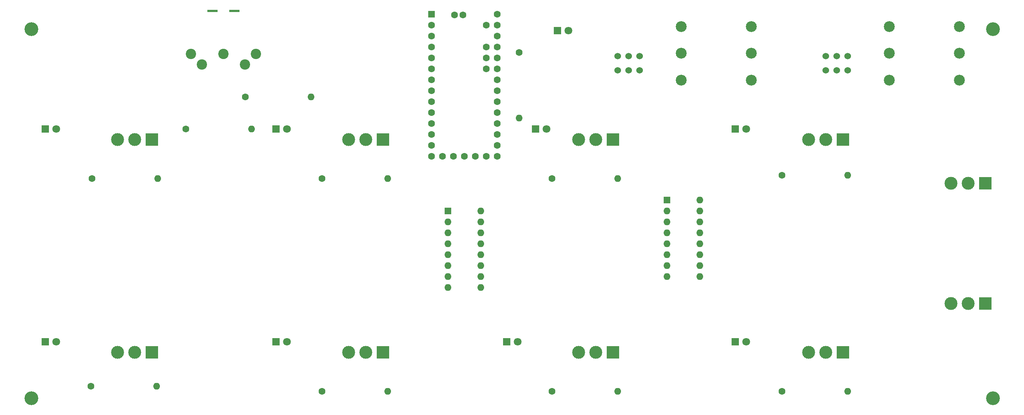
<source format=gbr>
%TF.GenerationSoftware,KiCad,Pcbnew,(6.0.10)*%
%TF.CreationDate,2022-12-27T19:09:38+01:00*%
%TF.ProjectId,BigFoot,42696746-6f6f-4742-9e6b-696361645f70,rev?*%
%TF.SameCoordinates,PX19dd180PY7e44380*%
%TF.FileFunction,Soldermask,Top*%
%TF.FilePolarity,Negative*%
%FSLAX46Y46*%
G04 Gerber Fmt 4.6, Leading zero omitted, Abs format (unit mm)*
G04 Created by KiCad (PCBNEW (6.0.10)) date 2022-12-27 19:09:38*
%MOMM*%
%LPD*%
G01*
G04 APERTURE LIST*
%ADD10C,1.600000*%
%ADD11O,1.600000X1.600000*%
%ADD12R,1.800000X1.800000*%
%ADD13C,1.800000*%
%ADD14R,3.000000X3.000000*%
%ADD15C,3.000000*%
%ADD16C,3.200000*%
%ADD17C,2.524000*%
%ADD18C,1.524000*%
%ADD19R,1.600000X1.600000*%
%ADD20C,2.400000*%
%ADD21R,2.400000X0.500000*%
G04 APERTURE END LIST*
D10*
%TO.C,R3*%
X20080000Y57040000D03*
D11*
X35320000Y57040000D03*
%TD*%
D12*
%TO.C,LedSW4*%
X9225000Y19160000D03*
D13*
X11765000Y19160000D03*
%TD*%
D12*
%TO.C,LedSW3*%
X169225000Y68580000D03*
D13*
X171765000Y68580000D03*
%TD*%
D10*
%TO.C,R7*%
X73420000Y57040000D03*
D11*
X88660000Y57040000D03*
%TD*%
D14*
%TO.C,FootSwitch7*%
X194260000Y16660000D03*
D15*
X190260000Y16664997D03*
X186260000Y16660000D03*
%TD*%
D16*
%TO.C,H4*%
X229000000Y6000000D03*
%TD*%
D17*
%TO.C,ExprPedalJack1*%
X204970000Y86147500D03*
X221270000Y86147500D03*
X204970000Y92397500D03*
X221270000Y92397500D03*
X204970000Y79897500D03*
X221270000Y79897500D03*
%TD*%
D10*
%TO.C,R10*%
X180100000Y7620000D03*
D11*
X195340000Y7620000D03*
%TD*%
D18*
%TO.C,TRS/RTS_Switch2*%
X142040000Y85470000D03*
X144540000Y85470000D03*
X147040000Y85470000D03*
X142040000Y82170000D03*
X144540000Y82170000D03*
X147040000Y82170000D03*
%TD*%
D12*
%TO.C,LedSW2*%
X122975000Y68580000D03*
D13*
X125515000Y68580000D03*
%TD*%
D10*
%TO.C,R9*%
X73420000Y7620000D03*
D11*
X88660000Y7620000D03*
%TD*%
D10*
%TO.C,R11*%
X119140000Y86360000D03*
D11*
X119140000Y71120000D03*
%TD*%
D12*
%TO.C,LedSW1*%
X62725000Y68580000D03*
D13*
X65265000Y68580000D03*
%TD*%
D10*
%TO.C,R8*%
X180100000Y57802000D03*
D11*
X195340000Y57802000D03*
%TD*%
D10*
%TO.C,R6*%
X126760000Y7620000D03*
D11*
X142000000Y7620000D03*
%TD*%
D16*
%TO.C,H1*%
X6000000Y91750000D03*
%TD*%
D14*
%TO.C,FootSwitch0*%
X33986000Y66080000D03*
D15*
X29986000Y66084997D03*
X25986000Y66080000D03*
%TD*%
D14*
%TO.C,BankSwitch+1*%
X227280000Y55920000D03*
D15*
X223280000Y55924997D03*
X219280000Y55920000D03*
%TD*%
D16*
%TO.C,H2*%
X229000000Y91750000D03*
%TD*%
D12*
%TO.C,StateLED1*%
X128000000Y91440000D03*
D13*
X130540000Y91440000D03*
%TD*%
D12*
%TO.C,LedSW7*%
X169225000Y19160000D03*
D13*
X171765000Y19160000D03*
%TD*%
D14*
%TO.C,BankSwith-1*%
X227280000Y27980000D03*
D15*
X223280000Y27984997D03*
X219280000Y27980000D03*
%TD*%
D14*
%TO.C,FootSwitch4*%
X33986000Y16660000D03*
D15*
X29986000Y16664997D03*
X25986000Y16660000D03*
%TD*%
D10*
%TO.C,R1*%
X41880000Y68580000D03*
D11*
X57120000Y68580000D03*
%TD*%
D10*
%TO.C,R2*%
X55630000Y76000000D03*
D11*
X70870000Y76000000D03*
%TD*%
D12*
%TO.C,LedSW0*%
X9225000Y68580000D03*
D13*
X11765000Y68580000D03*
%TD*%
D17*
%TO.C,ExprPedalJack2*%
X156710000Y86147500D03*
X173010000Y86147500D03*
X156710000Y92397500D03*
X173010000Y92397500D03*
X156710000Y79897500D03*
X173010000Y79897500D03*
%TD*%
D19*
%TO.C,U1*%
X102640000Y49515000D03*
D11*
X102640000Y46975000D03*
X102640000Y44435000D03*
X102640000Y41895000D03*
X102640000Y39355000D03*
X102640000Y36815000D03*
X102640000Y34275000D03*
X102640000Y31735000D03*
X110260000Y31735000D03*
X110260000Y34275000D03*
X110260000Y36815000D03*
X110260000Y39355000D03*
X110260000Y41895000D03*
X110260000Y44435000D03*
X110260000Y46975000D03*
X110260000Y49515000D03*
%TD*%
D18*
%TO.C,TRS/RTS_Switch1*%
X190300000Y85470000D03*
X192800000Y85470000D03*
X195300000Y85470000D03*
X190300000Y82170000D03*
X192800000Y82170000D03*
X195300000Y82170000D03*
%TD*%
D16*
%TO.C,H3*%
X6000000Y6000000D03*
%TD*%
D14*
%TO.C,FootSwitch2*%
X140920000Y66080000D03*
D15*
X136920000Y66084997D03*
X132920000Y66080000D03*
%TD*%
D12*
%TO.C,LedSW5*%
X62725000Y19160000D03*
D13*
X65265000Y19160000D03*
%TD*%
D14*
%TO.C,FootSwitch3*%
X194260000Y66080000D03*
D15*
X190260000Y66084997D03*
X186260000Y66080000D03*
%TD*%
D12*
%TO.C,LedSW6*%
X116225000Y19160000D03*
D13*
X118765000Y19160000D03*
%TD*%
D20*
%TO.C,MidiOut1*%
X43060000Y86037500D03*
X50560000Y86037500D03*
X58060000Y86037500D03*
X45560000Y83537500D03*
X55560000Y83537500D03*
D21*
X48060000Y96037500D03*
X53060000Y96037500D03*
%TD*%
D19*
%TO.C,U2*%
X153440000Y52055000D03*
D11*
X153440000Y49515000D03*
X153440000Y46975000D03*
X153440000Y44435000D03*
X153440000Y41895000D03*
X153440000Y39355000D03*
X153440000Y36815000D03*
X153440000Y34275000D03*
X161060000Y34275000D03*
X161060000Y36815000D03*
X161060000Y39355000D03*
X161060000Y41895000D03*
X161060000Y44435000D03*
X161060000Y46975000D03*
X161060000Y49515000D03*
X161060000Y52055000D03*
%TD*%
D10*
%TO.C,R4*%
X126760000Y57040000D03*
D11*
X142000000Y57040000D03*
%TD*%
D14*
%TO.C,FootSwitch5*%
X87580000Y16660000D03*
D15*
X83580000Y16664997D03*
X79580000Y16660000D03*
%TD*%
D19*
%TO.C,U3*%
X98820000Y95250000D03*
D10*
X98820000Y92710000D03*
X98820000Y90170000D03*
X98820000Y87630000D03*
X98820000Y85090000D03*
X98820000Y82550000D03*
X98820000Y80010000D03*
X98820000Y77470000D03*
X98820000Y74930000D03*
X98820000Y72390000D03*
X98820000Y69850000D03*
X98820000Y67310000D03*
X98820000Y64770000D03*
X98820000Y62230000D03*
X101360000Y62230000D03*
X103900000Y62230000D03*
X106440000Y62230000D03*
X108980000Y62230000D03*
X111520000Y62230000D03*
X114060000Y62230000D03*
X114060000Y64770000D03*
X114060000Y67310000D03*
X114060000Y69850000D03*
X114060000Y72390000D03*
X114060000Y74930000D03*
X114060000Y77470000D03*
X114060000Y80010000D03*
X114060000Y82550000D03*
X114060000Y85090000D03*
X114060000Y87630000D03*
X114060000Y90170000D03*
X114060000Y92710000D03*
X114060000Y95250000D03*
X111520000Y92710000D03*
X111520000Y87630000D03*
X111520000Y85090000D03*
X111520000Y82550000D03*
X104154000Y95072200D03*
X106135200Y95072200D03*
%TD*%
D14*
%TO.C,FootSwitch1*%
X87580000Y66080000D03*
D15*
X83580000Y66084997D03*
X79580000Y66080000D03*
%TD*%
D14*
%TO.C,FootSwitch6*%
X140920000Y16660000D03*
D15*
X136920000Y16664997D03*
X132920000Y16660000D03*
%TD*%
D10*
%TO.C,R5*%
X19826000Y8780000D03*
D11*
X35066000Y8780000D03*
%TD*%
M02*

</source>
